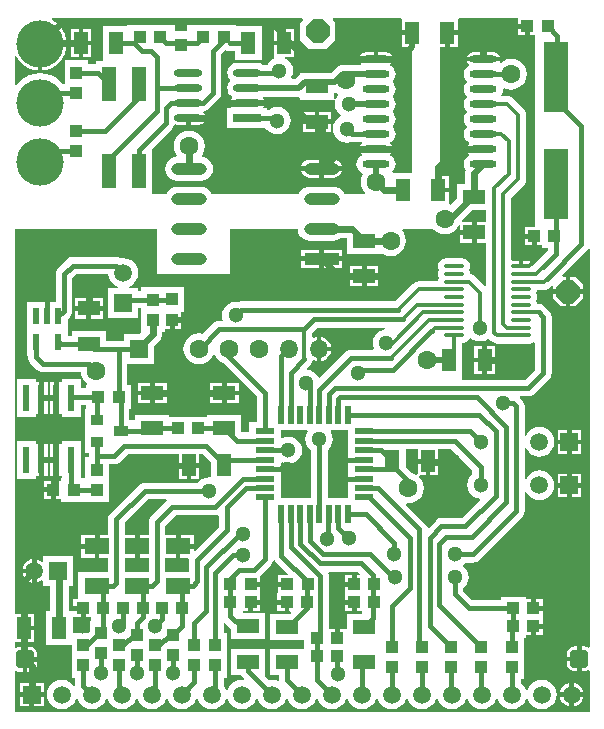
<source format=gtl>
G04 Layer_Physical_Order=1*
G04 Layer_Color=255*
%FSLAX44Y44*%
%MOMM*%
G71*
G01*
G75*
%ADD10R,2.1336X1.4224*%
%ADD11R,1.2500X2.8500*%
%ADD12R,2.0000X6.0000*%
%ADD13R,1.1000X1.0000*%
%ADD14R,1.0000X1.1000*%
%ADD15R,1.2192X1.8796*%
%ADD16R,0.5500X1.4500*%
%ADD17R,0.5500X1.4500*%
%ADD18R,0.6000X2.2000*%
%ADD19R,0.6000X2.2000*%
%ADD20R,0.5000X1.6500*%
%ADD21R,1.6500X0.5000*%
%ADD22O,3.0000X1.0000*%
%ADD23R,3.0000X1.0000*%
%ADD24O,2.3876X0.6350*%
%ADD25R,2.3876X0.6350*%
%ADD26O,2.3000X0.6000*%
%ADD27O,1.7000X0.3500*%
%ADD28R,1.8796X1.2192*%
%ADD29R,1.2700X0.8636*%
%ADD30R,1.0160X0.8636*%
%ADD31C,0.4000*%
%ADD32C,0.5000*%
%ADD33C,0.6000*%
%ADD34C,0.3500*%
G04:AMPARAMS|DCode=35|XSize=1.6mm|YSize=1.6mm|CornerRadius=0.4mm|HoleSize=0mm|Usage=FLASHONLY|Rotation=0.000|XOffset=0mm|YOffset=0mm|HoleType=Round|Shape=RoundedRectangle|*
%AMROUNDEDRECTD35*
21,1,1.6000,0.8000,0,0,0.0*
21,1,0.8000,1.6000,0,0,0.0*
1,1,0.8000,0.4000,-0.4000*
1,1,0.8000,-0.4000,-0.4000*
1,1,0.8000,-0.4000,0.4000*
1,1,0.8000,0.4000,0.4000*
%
%ADD35ROUNDEDRECTD35*%
%ADD36C,1.5000*%
%ADD37R,1.5000X1.5000*%
%ADD38R,1.5000X1.5000*%
%ADD39R,1.6000X1.6000*%
%ADD40C,1.6000*%
%ADD41O,1.5000X1.6000*%
%ADD42C,4.0000*%
%ADD43P,2.1648X8X22.5*%
%ADD44C,1.3000*%
G36*
X298810Y123013D02*
X298324Y121840D01*
X296150D01*
Y114300D01*
X294150D01*
Y112300D01*
X286110D01*
Y106760D01*
X286110D01*
Y106600D01*
X286110D01*
Y101060D01*
X294150D01*
Y99060D01*
X296150D01*
Y91520D01*
X300650D01*
Y89328D01*
X287862D01*
Y77215D01*
X287440Y76120D01*
X281400D01*
Y68580D01*
X277400D01*
Y76120D01*
X272900D01*
Y78580D01*
X272490D01*
Y121162D01*
X272250Y122990D01*
X271913Y123803D01*
X272761Y125073D01*
X296751D01*
X298810Y123013D01*
D02*
G37*
G36*
X394137Y211059D02*
Y207518D01*
X392996Y206642D01*
X391152Y204239D01*
X389994Y201442D01*
X389598Y198440D01*
X389994Y195438D01*
X391152Y192640D01*
X392996Y190238D01*
X395398Y188395D01*
X398195Y187236D01*
X399828Y187021D01*
X400283Y185680D01*
X384978Y170375D01*
X367836D01*
X366008Y170134D01*
X364305Y169429D01*
X362843Y168307D01*
X356990Y162453D01*
X355675Y162935D01*
X355111Y164296D01*
X353989Y165758D01*
X337848Y181899D01*
X338410Y183038D01*
X339823Y182852D01*
X343216Y183299D01*
X346379Y184609D01*
X349094Y186693D01*
X351178Y189408D01*
X352488Y192571D01*
X352935Y195965D01*
X352488Y199358D01*
X351178Y202521D01*
X349094Y205236D01*
X349531Y206502D01*
X354362D01*
Y216440D01*
X347726D01*
Y207887D01*
X346456Y207261D01*
X346379Y207320D01*
X343216Y208630D01*
X342803Y208684D01*
X337486Y214001D01*
Y228840D01*
X347726D01*
Y220440D01*
X356362D01*
X364998D01*
Y228840D01*
X376356D01*
X394137Y211059D01*
D02*
G37*
G36*
X432650Y588740D02*
X440690D01*
Y586740D01*
X442690D01*
Y579200D01*
X447040D01*
Y416480D01*
X438510D01*
Y410940D01*
X446550D01*
Y408940D01*
X448550D01*
Y401400D01*
X453050D01*
Y398940D01*
X457760D01*
Y396868D01*
X448615Y387724D01*
X447493Y386261D01*
X447482Y386233D01*
X447341Y386093D01*
X445706Y386254D01*
X445453Y386633D01*
X444034Y387581D01*
X442360Y387914D01*
X428860D01*
X428171Y387777D01*
X426901Y388802D01*
Y441770D01*
X437422Y452291D01*
X438504Y453701D01*
X439184Y455343D01*
X439416Y457105D01*
Y511944D01*
X439184Y513706D01*
X438504Y515348D01*
X437422Y516758D01*
X428382Y525798D01*
X426972Y526880D01*
X425330Y527560D01*
X423568Y527792D01*
X419119D01*
X418493Y529062D01*
X418943Y529650D01*
X419749Y531596D01*
X420024Y533684D01*
X420002Y533856D01*
X421165Y534748D01*
X423651Y533719D01*
X427044Y533272D01*
X430438Y533719D01*
X433600Y535028D01*
X436316Y537112D01*
X438400Y539828D01*
X439710Y542990D01*
X440156Y546384D01*
X439710Y549778D01*
X438400Y552940D01*
X436316Y555656D01*
X433600Y557739D01*
X430438Y559049D01*
X427044Y559496D01*
X423651Y559049D01*
X420488Y557739D01*
X417942Y555785D01*
X417002Y556665D01*
X417174Y556922D01*
X417206Y557084D01*
X403455D01*
X389705D01*
X389737Y556922D01*
X390961Y555090D01*
X391413Y554788D01*
X391288Y553524D01*
X390921Y553372D01*
X389250Y552090D01*
X387967Y550419D01*
X387161Y548472D01*
X386886Y546384D01*
X387161Y544296D01*
X387967Y542350D01*
X389250Y540678D01*
X389262Y540669D01*
Y539399D01*
X389250Y539390D01*
X387967Y537719D01*
X387161Y535772D01*
X386886Y533684D01*
X387161Y531596D01*
X387967Y529650D01*
X389250Y527978D01*
X389262Y527969D01*
Y526699D01*
X389250Y526690D01*
X387967Y525019D01*
X387161Y523072D01*
X386886Y520984D01*
X387161Y518896D01*
X387967Y516950D01*
X389250Y515278D01*
X389262Y515269D01*
Y513999D01*
X389250Y513990D01*
X387967Y512318D01*
X387161Y510372D01*
X386886Y508284D01*
X387161Y506196D01*
X387967Y504249D01*
X389250Y502578D01*
X389262Y502569D01*
Y501299D01*
X389250Y501290D01*
X387967Y499618D01*
X387161Y497672D01*
X386886Y495584D01*
X387161Y493496D01*
X387967Y491549D01*
X389250Y489878D01*
X390921Y488596D01*
X391288Y488444D01*
X391413Y487180D01*
X390961Y486878D01*
X389737Y485046D01*
X389705Y484884D01*
X403455D01*
Y480884D01*
X389705D01*
X389737Y480722D01*
X390961Y478890D01*
X391413Y478588D01*
X391288Y477324D01*
X390921Y477172D01*
X389250Y475890D01*
X387967Y474218D01*
X387161Y472272D01*
X386886Y470184D01*
X387161Y468096D01*
X387967Y466149D01*
X388423Y465556D01*
X388054Y464665D01*
X387779Y462576D01*
Y453359D01*
X381450D01*
Y441410D01*
X375941Y435901D01*
X374198Y436623D01*
X373888Y436664D01*
Y446310D01*
X365252D01*
Y450310D01*
X373888D01*
Y460248D01*
X366506D01*
Y569396D01*
X370919D01*
Y581334D01*
X372920D01*
Y583334D01*
X381555D01*
Y593272D01*
X382754Y593444D01*
X432650D01*
Y588740D01*
D02*
G37*
G36*
X227358Y133498D02*
X237842Y123013D01*
X237356Y121840D01*
X229450D01*
Y116300D01*
X237490D01*
Y112300D01*
X229450D01*
Y106760D01*
X228960Y106600D01*
Y101060D01*
X237000D01*
Y99060D01*
X239000D01*
Y91520D01*
X239896D01*
X240382Y90347D01*
X239363Y89328D01*
X223092D01*
Y67136D01*
X251888D01*
X251900Y65871D01*
Y60621D01*
X251888Y59356D01*
X223092D01*
Y37164D01*
X230430D01*
Y33324D01*
X229974Y32856D01*
X229236Y32444D01*
X227463Y33178D01*
X224200Y33608D01*
X221882Y33303D01*
X218471Y36714D01*
X218868Y37672D01*
X218868D01*
Y59864D01*
X190072D01*
Y37672D01*
X198160D01*
X198356Y37200D01*
X199478Y35738D01*
X200636Y34579D01*
X200074Y33440D01*
X198800Y33608D01*
X195537Y33178D01*
X192496Y31919D01*
X189885Y29915D01*
X187881Y27304D01*
X186752Y24577D01*
X186750Y24577D01*
X185450D01*
X185448Y24577D01*
X184319Y27304D01*
X183590Y28253D01*
Y35220D01*
X186530D01*
Y52220D01*
Y73220D01*
X183590D01*
Y81489D01*
X184860Y82015D01*
X190072Y76803D01*
Y67644D01*
X218868D01*
Y89836D01*
X199730D01*
Y91520D01*
X204230D01*
Y99060D01*
X206230D01*
Y101060D01*
X214270D01*
Y106600D01*
X214270D01*
Y106760D01*
X214270D01*
Y112300D01*
X206230D01*
Y116300D01*
X214270D01*
Y121587D01*
X223342Y130660D01*
X224464Y132122D01*
X225170Y133825D01*
X225221Y134213D01*
X226547Y134554D01*
X227358Y133498D01*
D02*
G37*
G36*
X139846Y587850D02*
X102040D01*
Y587168D01*
X81614D01*
Y558372D01*
X81614D01*
X81368Y557204D01*
X75523D01*
Y554624D01*
X68748D01*
Y558064D01*
X48748D01*
Y537624D01*
X47518D01*
X45763Y539763D01*
X41956Y542887D01*
X37613Y545209D01*
X32901Y546638D01*
X28000Y547121D01*
X23099Y546638D01*
X18387Y545209D01*
X14044Y542887D01*
X10237Y539763D01*
X7826Y536826D01*
X6556Y537280D01*
Y561609D01*
X7826Y561927D01*
X9168Y559417D01*
X11985Y555985D01*
X15417Y553168D01*
X19333Y551075D01*
X23581Y549786D01*
X26000Y549548D01*
Y572000D01*
X28000D01*
Y574000D01*
X50452D01*
X50214Y576419D01*
X48925Y580667D01*
X46832Y584583D01*
X44015Y588015D01*
X40583Y590832D01*
X38073Y592174D01*
X38391Y593444D01*
X139846D01*
Y587850D01*
D02*
G37*
G36*
X86182Y374752D02*
X87442Y371711D01*
X89445Y369100D01*
X92057Y367096D01*
X93774Y366385D01*
X93521Y365115D01*
X85861D01*
Y340115D01*
X110860D01*
Y348290D01*
X113410D01*
Y344851D01*
Y327851D01*
X113410Y327850D01*
X113410D01*
X112633Y326950D01*
X112373Y326690D01*
X98760D01*
Y320750D01*
X83566D01*
Y329025D01*
X54770D01*
Y324989D01*
X51355D01*
Y329047D01*
Y339062D01*
X53310Y341018D01*
X54433Y342481D01*
X55138Y344183D01*
X55378Y346011D01*
Y374102D01*
X58473Y377197D01*
X85860D01*
X86182Y374752D01*
D02*
G37*
G36*
X179498Y172278D02*
Y163042D01*
X159161Y142705D01*
X157988Y143191D01*
Y144558D01*
X146780D01*
Y136906D01*
X153248D01*
X154333Y135636D01*
X154230Y134849D01*
Y125142D01*
X134060D01*
Y136906D01*
X142780D01*
Y146558D01*
Y156210D01*
X134060D01*
Y163869D01*
X142890Y172699D01*
X175949D01*
X177777Y172939D01*
X178228Y173127D01*
X179498Y172278D01*
D02*
G37*
G36*
X289100Y236400D02*
Y228400D01*
Y220400D01*
X289100D01*
Y219400D01*
X289100D01*
Y204400D01*
X289100D01*
Y203400D01*
X289100D01*
Y187150D01*
X271410D01*
Y228038D01*
X272552Y228914D01*
X274395Y231316D01*
X275554Y234114D01*
X275949Y237116D01*
X275554Y240118D01*
X274395Y242915D01*
X273938Y243511D01*
X274500Y244650D01*
X289100D01*
Y236400D01*
D02*
G37*
G36*
X405776Y420927D02*
X397848D01*
Y412291D01*
Y403655D01*
X405776D01*
Y367491D01*
X404506Y366964D01*
X396116Y375354D01*
X394706Y376436D01*
X393064Y377116D01*
X392142Y377238D01*
X391936Y378802D01*
X391320Y380290D01*
X391936Y381778D01*
X392168Y383540D01*
X391936Y385302D01*
X391256Y386944D01*
X390174Y388354D01*
X388764Y389436D01*
X387122Y390116D01*
X385360Y390348D01*
X371860D01*
X370098Y390116D01*
X368456Y389436D01*
X367046Y388354D01*
X365964Y386944D01*
X365284Y385302D01*
X365052Y383540D01*
X365284Y381778D01*
X365900Y380290D01*
X365284Y378802D01*
X365052Y377040D01*
X365284Y375278D01*
X365900Y373790D01*
X365284Y372302D01*
X365092Y370848D01*
X348538D01*
X346776Y370616D01*
X345134Y369936D01*
X343724Y368854D01*
X328855Y353985D01*
X198482D01*
X196654Y353745D01*
X195586Y353302D01*
X193531Y353573D01*
X190528Y353178D01*
X187731Y352019D01*
X185329Y350176D01*
X183485Y347774D01*
X182327Y344976D01*
X181931Y341974D01*
X182327Y338972D01*
X182598Y338316D01*
X181892Y337260D01*
X179592D01*
X177765Y337020D01*
X176062Y336315D01*
X174599Y335192D01*
X165785Y326378D01*
X162560Y326802D01*
X159166Y326355D01*
X156004Y325046D01*
X153288Y322962D01*
X151205Y320246D01*
X149895Y317084D01*
X149448Y313690D01*
X149895Y310296D01*
X151205Y307134D01*
X153288Y304418D01*
X156004Y302334D01*
X159166Y301025D01*
X162560Y300578D01*
X165954Y301025D01*
X169116Y302334D01*
X171832Y304418D01*
X173916Y307134D01*
X174573Y308721D01*
X175947D01*
X176604Y307134D01*
X178688Y304418D01*
X181404Y302334D01*
X183183Y301598D01*
X211290Y273491D01*
Y251400D01*
X205100D01*
Y242960D01*
X198548D01*
Y257476D01*
X169752D01*
Y256380D01*
X137588D01*
Y257476D01*
X108792D01*
Y254068D01*
X107870Y253228D01*
X103580D01*
Y263120D01*
X104970D01*
Y283120D01*
X101530D01*
Y300690D01*
X124760D01*
Y316254D01*
X129116Y320610D01*
X130398Y322281D01*
X131204Y324227D01*
X131479Y326316D01*
Y327850D01*
X133410D01*
Y330472D01*
X137909D01*
Y338512D01*
X139909D01*
Y340512D01*
X147450D01*
Y345012D01*
X149909D01*
Y366012D01*
X129909D01*
Y365850D01*
X113410D01*
Y362411D01*
X110860D01*
Y365115D01*
X103200D01*
X102947Y366385D01*
X104664Y367096D01*
X107275Y369100D01*
X109279Y371711D01*
X110539Y374752D01*
X110968Y378015D01*
X110539Y381278D01*
X109279Y384319D01*
X107275Y386930D01*
X104664Y388933D01*
X101624Y390193D01*
X98360Y390623D01*
X95766Y390281D01*
X95648Y390372D01*
X93946Y391077D01*
X92118Y391317D01*
X55548D01*
X53721Y391077D01*
X52018Y390372D01*
X50556Y389249D01*
X43326Y382019D01*
X42203Y380557D01*
X41498Y378854D01*
X41258Y377027D01*
Y353547D01*
X35855D01*
Y351087D01*
X32355D01*
Y353548D01*
X16855D01*
Y329047D01*
X16855D01*
Y307547D01*
X17544D01*
Y306722D01*
X17785Y304895D01*
X18490Y303192D01*
X19612Y301730D01*
X25580Y295762D01*
X27042Y294640D01*
X28745Y293935D01*
X30572Y293694D01*
X62785D01*
X63077Y291470D01*
X64387Y288308D01*
X66471Y285592D01*
X68038Y284390D01*
X67607Y283120D01*
X66970D01*
Y280180D01*
X62610D01*
Y287780D01*
X46610D01*
Y285320D01*
X43910D01*
Y271780D01*
Y258240D01*
X46610D01*
Y255780D01*
X62610D01*
Y266060D01*
X66970D01*
Y263120D01*
X66374Y262626D01*
X66374D01*
Y243990D01*
X66374D01*
Y243830D01*
X66374D01*
Y225194D01*
X69394D01*
Y221810D01*
X66200D01*
Y204380D01*
X62610D01*
Y235780D01*
X46610D01*
Y233320D01*
X43910D01*
Y219780D01*
Y206240D01*
X46610D01*
Y204380D01*
X45870D01*
Y201920D01*
X41370D01*
Y194380D01*
Y186840D01*
X45870D01*
Y184380D01*
X66200D01*
Y183810D01*
X86200D01*
Y200810D01*
Y215978D01*
X90958D01*
X92785Y216218D01*
X94488Y216924D01*
X95950Y218046D01*
X102347Y224442D01*
X145428D01*
Y217222D01*
X154064D01*
X162700D01*
Y224442D01*
X165623D01*
X172940Y217125D01*
Y205756D01*
X171985Y204919D01*
X171174Y205025D01*
X168172Y204630D01*
X165375Y203471D01*
X162972Y201628D01*
X162096Y200487D01*
X116805D01*
X114978Y200246D01*
X113275Y199541D01*
X111813Y198419D01*
X87718Y174324D01*
X86595Y172861D01*
X85890Y171158D01*
X85650Y169331D01*
Y156210D01*
X78200D01*
Y146558D01*
Y136906D01*
X85650D01*
Y125142D01*
X60532D01*
Y101520D01*
X56240D01*
Y95980D01*
X64280D01*
Y93980D01*
X66280D01*
Y86440D01*
X70780D01*
Y84331D01*
X70010Y83380D01*
X70010D01*
Y74915D01*
X68315Y73220D01*
X55546D01*
Y85457D01*
X56240Y86440D01*
X62280D01*
Y91980D01*
X55625D01*
X55546Y91868D01*
X52519D01*
Y113230D01*
X55680D01*
Y138230D01*
X30680D01*
Y134231D01*
X29410Y133605D01*
X28243Y134500D01*
X25801Y135512D01*
X25180Y135593D01*
Y125730D01*
Y115867D01*
X25801Y115948D01*
X28243Y116960D01*
X29410Y117855D01*
X30680Y117229D01*
Y113230D01*
X36381D01*
Y91868D01*
X33354D01*
Y63072D01*
X54770D01*
Y52220D01*
Y35220D01*
X57710D01*
Y28881D01*
X56440Y28450D01*
X55315Y29915D01*
X52704Y31919D01*
X49663Y33178D01*
X46400Y33608D01*
X43137Y33178D01*
X40096Y31919D01*
X37485Y29915D01*
X35481Y27304D01*
X34222Y24263D01*
X33792Y21000D01*
X34222Y17737D01*
X35481Y14696D01*
X37485Y12085D01*
X40096Y10081D01*
X43137Y8822D01*
X46400Y8392D01*
X49663Y8822D01*
X52704Y10081D01*
X55315Y12085D01*
X57319Y14696D01*
X58448Y17423D01*
X58450Y17423D01*
X59750D01*
X59752Y17423D01*
X60881Y14696D01*
X62885Y12085D01*
X65496Y10081D01*
X68537Y8822D01*
X71800Y8392D01*
X75063Y8822D01*
X78104Y10081D01*
X80715Y12085D01*
X82719Y14696D01*
X83848Y17423D01*
X83850Y17423D01*
X85150D01*
X85152Y17423D01*
X86281Y14696D01*
X88285Y12085D01*
X90896Y10081D01*
X93937Y8822D01*
X97200Y8392D01*
X100463Y8822D01*
X103504Y10081D01*
X106115Y12085D01*
X108119Y14696D01*
X109248Y17423D01*
X109250Y17423D01*
X110550D01*
X110552Y17423D01*
X111681Y14696D01*
X113685Y12085D01*
X116296Y10081D01*
X119337Y8822D01*
X122600Y8392D01*
X125863Y8822D01*
X128904Y10081D01*
X131515Y12085D01*
X133519Y14696D01*
X134648Y17423D01*
X134650Y17423D01*
X135950D01*
X135952Y17423D01*
X137081Y14696D01*
X139085Y12085D01*
X141696Y10081D01*
X144737Y8822D01*
X148000Y8392D01*
X151263Y8822D01*
X154304Y10081D01*
X156915Y12085D01*
X158919Y14696D01*
X160048Y17423D01*
X160050Y17423D01*
X161350D01*
X161352Y17423D01*
X162481Y14696D01*
X164485Y12085D01*
X167096Y10081D01*
X170137Y8822D01*
X173400Y8392D01*
X176663Y8822D01*
X179704Y10081D01*
X182315Y12085D01*
X184319Y14696D01*
X185448Y17423D01*
X185450Y17423D01*
X186750D01*
X186752Y17423D01*
X187881Y14696D01*
X189885Y12085D01*
X192496Y10081D01*
X195537Y8822D01*
X198800Y8392D01*
X202063Y8822D01*
X205104Y10081D01*
X207715Y12085D01*
X209719Y14696D01*
X210848Y17423D01*
X210850Y17423D01*
X212150D01*
X212152Y17423D01*
X213281Y14696D01*
X215285Y12085D01*
X217896Y10081D01*
X220937Y8822D01*
X224200Y8392D01*
X227463Y8822D01*
X230504Y10081D01*
X233115Y12085D01*
X235119Y14696D01*
X236248Y17423D01*
X236250Y17423D01*
X237550D01*
X237552Y17423D01*
X238681Y14696D01*
X240685Y12085D01*
X243296Y10081D01*
X246337Y8822D01*
X249600Y8392D01*
X252863Y8822D01*
X255904Y10081D01*
X258515Y12085D01*
X260519Y14696D01*
X261648Y17423D01*
X261650Y17423D01*
X262950D01*
X262952Y17423D01*
X264081Y14696D01*
X266085Y12085D01*
X268696Y10081D01*
X271737Y8822D01*
X275000Y8392D01*
X278263Y8822D01*
X281304Y10081D01*
X283915Y12085D01*
X285919Y14696D01*
X287048Y17423D01*
X287050Y17423D01*
X288350D01*
X288352Y17423D01*
X289481Y14696D01*
X291485Y12085D01*
X294096Y10081D01*
X297137Y8822D01*
X300400Y8392D01*
X303663Y8822D01*
X306704Y10081D01*
X309315Y12085D01*
X311319Y14696D01*
X312448Y17423D01*
X312450Y17423D01*
X313750D01*
X313752Y17423D01*
X314881Y14696D01*
X316885Y12085D01*
X319496Y10081D01*
X322537Y8822D01*
X325800Y8392D01*
X329063Y8822D01*
X332104Y10081D01*
X334715Y12085D01*
X336719Y14696D01*
X337848Y17423D01*
X337850Y17423D01*
X339150D01*
X339152Y17423D01*
X340281Y14696D01*
X342285Y12085D01*
X344896Y10081D01*
X347937Y8822D01*
X351200Y8392D01*
X354463Y8822D01*
X357504Y10081D01*
X360115Y12085D01*
X362119Y14696D01*
X363248Y17423D01*
X363250Y17423D01*
X364550D01*
X364552Y17423D01*
X365681Y14696D01*
X367685Y12085D01*
X370296Y10081D01*
X373337Y8822D01*
X376600Y8392D01*
X379863Y8822D01*
X382904Y10081D01*
X385515Y12085D01*
X387519Y14696D01*
X388648Y17423D01*
X388650Y17423D01*
X389950D01*
X389952Y17423D01*
X391081Y14696D01*
X393085Y12085D01*
X395696Y10081D01*
X398737Y8822D01*
X402000Y8392D01*
X405263Y8822D01*
X408304Y10081D01*
X410915Y12085D01*
X412919Y14696D01*
X414048Y17423D01*
X414050Y17423D01*
X415350D01*
X415352Y17423D01*
X416481Y14696D01*
X418485Y12085D01*
X421096Y10081D01*
X424137Y8822D01*
X427400Y8392D01*
X430663Y8822D01*
X433704Y10081D01*
X436315Y12085D01*
X438319Y14696D01*
X439448Y17423D01*
X439450Y17423D01*
X440750D01*
X440752Y17423D01*
X441881Y14696D01*
X443885Y12085D01*
X446496Y10081D01*
X449537Y8822D01*
X452800Y8392D01*
X456063Y8822D01*
X459104Y10081D01*
X461715Y12085D01*
X463719Y14696D01*
X464978Y17737D01*
X465408Y21000D01*
X464978Y24263D01*
X463719Y27304D01*
X461715Y29915D01*
X459104Y31919D01*
X456063Y33178D01*
X452800Y33608D01*
X449537Y33178D01*
X446496Y31919D01*
X443885Y29915D01*
X441881Y27304D01*
X440752Y24577D01*
X440750Y24577D01*
X439450D01*
X439448Y24577D01*
X438319Y27304D01*
X436315Y29915D01*
X435050Y30886D01*
Y33950D01*
X437990D01*
Y50950D01*
Y68740D01*
X439270D01*
Y71200D01*
X443770D01*
Y78740D01*
X445770D01*
Y80740D01*
X453810D01*
Y86280D01*
X453810D01*
Y86440D01*
X453810D01*
Y91980D01*
X445770D01*
Y93980D01*
X443770D01*
Y101520D01*
X439270D01*
Y103980D01*
X418270D01*
Y101040D01*
X394076D01*
X386411Y108705D01*
Y111281D01*
X387552Y112157D01*
X389395Y114559D01*
X390554Y117356D01*
X390950Y120358D01*
X390554Y123361D01*
X389395Y126158D01*
X387552Y128560D01*
X386334Y129495D01*
Y130765D01*
X387380Y131569D01*
X388256Y132710D01*
X394816D01*
X396643Y132951D01*
X398346Y133656D01*
X399809Y134778D01*
X436168Y171138D01*
X437290Y172600D01*
X437995Y174303D01*
X438236Y176130D01*
Y192591D01*
X439506Y192843D01*
X439931Y191816D01*
X441935Y189205D01*
X444546Y187201D01*
X447587Y185942D01*
X450850Y185512D01*
X454113Y185942D01*
X457154Y187201D01*
X459765Y189205D01*
X461769Y191816D01*
X463028Y194857D01*
X463458Y198120D01*
X463028Y201383D01*
X461769Y204424D01*
X459765Y207035D01*
X457154Y209039D01*
X454113Y210298D01*
X450850Y210728D01*
X447587Y210298D01*
X444546Y209039D01*
X441935Y207035D01*
X439931Y204424D01*
X439506Y203397D01*
X438236Y203649D01*
Y229421D01*
X439506Y229673D01*
X439931Y228646D01*
X441935Y226035D01*
X444546Y224031D01*
X447587Y222772D01*
X450850Y222342D01*
X454113Y222772D01*
X457154Y224031D01*
X459765Y226035D01*
X461769Y228646D01*
X463028Y231687D01*
X463458Y234950D01*
X463028Y238213D01*
X461769Y241254D01*
X459765Y243865D01*
X457154Y245869D01*
X454113Y247128D01*
X450850Y247558D01*
X447587Y247128D01*
X444546Y245869D01*
X441935Y243865D01*
X439931Y241254D01*
X439506Y240227D01*
X438236Y240479D01*
Y265277D01*
X437995Y267104D01*
X437290Y268807D01*
X436168Y270270D01*
X434263Y272174D01*
X434789Y273444D01*
X441552D01*
X443379Y273685D01*
X445082Y274390D01*
X446544Y275512D01*
X459129Y288097D01*
X460251Y289559D01*
X460956Y291262D01*
X461197Y293089D01*
Y340440D01*
X460956Y342267D01*
X460251Y343970D01*
X459129Y345432D01*
X455029Y349532D01*
X453567Y350654D01*
X451864Y351360D01*
X450036Y351600D01*
X450001Y351596D01*
X448993Y352369D01*
X448936Y352802D01*
X448320Y354290D01*
X448936Y355778D01*
X449168Y357540D01*
X448936Y359302D01*
X448320Y360790D01*
X448936Y362278D01*
X449128Y363732D01*
X454571D01*
X456333Y363964D01*
X457975Y364644D01*
X459385Y365726D01*
X460415Y366756D01*
X460443Y366768D01*
X461188Y367339D01*
X462458Y366713D01*
Y364250D01*
X472998D01*
Y374790D01*
X470465D01*
X469979Y375963D01*
X491315Y397300D01*
X492174Y398419D01*
X493444Y397988D01*
Y61459D01*
X492174Y60833D01*
X492021Y60950D01*
X490430Y61609D01*
X488722Y61834D01*
X486722D01*
Y51238D01*
Y40641D01*
X488722D01*
X490430Y40866D01*
X492021Y41525D01*
X492174Y41643D01*
X493444Y41016D01*
Y6556D01*
X6556D01*
Y40550D01*
X7826Y41176D01*
X7942Y41087D01*
X9533Y40428D01*
X11240Y40204D01*
X13240D01*
Y50800D01*
Y61396D01*
X11240D01*
X9533Y61172D01*
X7942Y60513D01*
X7826Y60424D01*
X6556Y61050D01*
Y65532D01*
X12478D01*
Y77470D01*
Y89408D01*
X6556D01*
Y415229D01*
X127000D01*
Y377190D01*
X189230D01*
Y415229D01*
X246253D01*
X246567Y412847D01*
X247575Y410415D01*
X249177Y408326D01*
X251266Y406723D01*
X253699Y405715D01*
X256310Y405372D01*
X276310D01*
X278920Y405715D01*
X281353Y406723D01*
X282220Y407389D01*
X288123D01*
Y394178D01*
X316919D01*
Y394178D01*
X317492Y394461D01*
X318199Y393919D01*
X321361Y392609D01*
X324755Y392162D01*
X328149Y392609D01*
X331311Y393919D01*
X334027Y396003D01*
X336110Y398718D01*
X337420Y401881D01*
X337867Y405274D01*
X337420Y408668D01*
X336110Y411830D01*
X334477Y413959D01*
X335103Y415229D01*
X361116D01*
X361533Y414686D01*
X364248Y412602D01*
X367411Y411292D01*
X370804Y410845D01*
X374198Y411292D01*
X377360Y412602D01*
X380076Y414686D01*
X382160Y417402D01*
X382640Y418560D01*
X383909Y418307D01*
Y414291D01*
X393848D01*
Y420927D01*
X385585D01*
X385059Y422197D01*
X394029Y431167D01*
X405776D01*
Y420927D01*
D02*
G37*
G36*
X254762Y243511D02*
X254305Y242915D01*
X253146Y240118D01*
X252751Y237116D01*
X253146Y234114D01*
X254305Y231316D01*
X256148Y228914D01*
X257290Y228038D01*
Y187150D01*
X231600D01*
Y196400D01*
Y211400D01*
X231600D01*
Y212400D01*
X231600D01*
Y216986D01*
X232870Y217656D01*
X235188Y216696D01*
X238190Y216301D01*
X241192Y216696D01*
X243990Y217855D01*
X246392Y219698D01*
X248235Y222100D01*
X249394Y224898D01*
X249789Y227900D01*
X249394Y230902D01*
X248235Y233700D01*
X246392Y236102D01*
X243990Y237945D01*
X241192Y239104D01*
X238190Y239499D01*
X235188Y239104D01*
X232870Y238144D01*
X231600Y238814D01*
Y244650D01*
X254200D01*
X254762Y243511D01*
D02*
G37*
G36*
X135422Y185096D02*
X134973Y184751D01*
X122008Y171786D01*
X120885Y170323D01*
X120180Y168620D01*
X119940Y166793D01*
Y156210D01*
X112490D01*
Y146558D01*
Y136906D01*
X119940D01*
Y125142D01*
X99770D01*
Y136906D01*
X108490D01*
Y146558D01*
Y156210D01*
X99770D01*
Y166406D01*
X119730Y186366D01*
X134991D01*
X135422Y185096D01*
D02*
G37*
G36*
X320066Y330295D02*
X318284Y330061D01*
X315487Y328902D01*
X313085Y327059D01*
X311241Y324657D01*
X310082Y321859D01*
X309687Y318857D01*
X310082Y315855D01*
X310841Y314024D01*
X309992Y312754D01*
X291240D01*
X289413Y312513D01*
X287710Y311808D01*
X286248Y310686D01*
X264880Y289318D01*
X263634Y289566D01*
X263339Y290278D01*
X261496Y292680D01*
X259094Y294523D01*
X256296Y295682D01*
X254376Y295935D01*
X253920Y297276D01*
X256452Y299808D01*
X257575Y301270D01*
X258280Y302973D01*
X258337Y303409D01*
X258445Y303553D01*
X259718Y304163D01*
X261539Y303408D01*
X262160Y303327D01*
Y313690D01*
Y324053D01*
X261539Y323972D01*
X259538Y323143D01*
X258268Y323791D01*
Y327089D01*
X262745Y331566D01*
X319983D01*
X320066Y330295D01*
D02*
G37*
G36*
X394773Y321536D02*
X397571Y320377D01*
X400573Y319982D01*
X403575Y320377D01*
X406372Y321536D01*
X407625Y322497D01*
X407770Y322308D01*
X409852Y320226D01*
X411262Y319144D01*
X412904Y318464D01*
X414666Y318232D01*
X442360D01*
X444122Y318464D01*
X445764Y319144D01*
X445937Y319277D01*
X447076Y318715D01*
Y296014D01*
X438627Y287565D01*
X385455D01*
Y289991D01*
X385467D01*
Y318246D01*
X387122Y318464D01*
X388764Y319144D01*
X390174Y320226D01*
X391256Y321636D01*
X391576Y322409D01*
X393110Y322812D01*
X394773Y321536D01*
D02*
G37*
G36*
X334311Y593272D02*
Y583335D01*
X342947D01*
Y579334D01*
X334311D01*
Y569396D01*
X342900D01*
Y462708D01*
X326440D01*
X326009Y463978D01*
X326661Y464478D01*
X327943Y466149D01*
X328749Y468096D01*
X329024Y470184D01*
X328749Y472272D01*
X327943Y474218D01*
X326661Y475890D01*
X324990Y477172D01*
X324622Y477324D01*
X324498Y478588D01*
X324949Y478890D01*
X326174Y480722D01*
X326206Y480884D01*
X312455D01*
X298705D01*
X298737Y480722D01*
X299961Y478890D01*
X300413Y478588D01*
X300288Y477324D01*
X299921Y477172D01*
X298250Y475890D01*
X296967Y474218D01*
X296161Y472272D01*
X295886Y470184D01*
X296161Y468096D01*
X296967Y466149D01*
X298250Y464478D01*
X299921Y463196D01*
X300902Y462790D01*
X301190Y461716D01*
X301079Y461342D01*
X299790Y458230D01*
X299343Y454837D01*
X299790Y451443D01*
X301100Y448280D01*
X303026Y445770D01*
X302681Y444500D01*
X285625D01*
X285044Y445901D01*
X283442Y447990D01*
X281353Y449593D01*
X278920Y450600D01*
X276310Y450944D01*
X256310D01*
X253699Y450600D01*
X251266Y449593D01*
X249177Y447990D01*
X247575Y445901D01*
X246994Y444500D01*
X173625D01*
X173044Y445901D01*
X171442Y447990D01*
X169353Y449593D01*
X166920Y450600D01*
X164310Y450944D01*
X144310D01*
X141699Y450600D01*
X139266Y449593D01*
X137177Y447990D01*
X135575Y445901D01*
X134994Y444500D01*
X124002D01*
X123023Y445204D01*
Y483278D01*
X139450Y499704D01*
X140572Y501166D01*
X141277Y502869D01*
X141330Y503271D01*
X142450Y503925D01*
X142692Y503884D01*
X144907Y503443D01*
X151670D01*
Y509270D01*
X153670D01*
Y511270D01*
X167862D01*
X167816Y511500D01*
X166553Y513390D01*
X166345Y513530D01*
X166465Y514746D01*
X166616Y514876D01*
X166801Y515017D01*
X167811Y515150D01*
X169514Y515855D01*
X170976Y516978D01*
X179042Y525043D01*
X180164Y526505D01*
X180869Y528208D01*
X181110Y530036D01*
Y562833D01*
X184929Y566652D01*
X186623Y565950D01*
X188450Y565710D01*
X193374D01*
Y558372D01*
X215566D01*
Y587168D01*
X193870D01*
Y587850D01*
X155870D01*
X154926Y588636D01*
Y593444D01*
X249785D01*
X250271Y592271D01*
X248000Y590000D01*
Y575000D01*
X255500Y567500D01*
X270500D01*
X278000Y575000D01*
Y590000D01*
X275729Y592271D01*
X276215Y593444D01*
X333112D01*
X334311Y593272D01*
D02*
G37*
%LPC*%
G36*
X292150Y121840D02*
X286110D01*
Y116300D01*
X292150D01*
Y121840D01*
D02*
G37*
G36*
Y97060D02*
X286110D01*
Y91520D01*
X292150D01*
Y97060D01*
D02*
G37*
G36*
X364998Y216440D02*
X358362D01*
Y206502D01*
X364998D01*
Y216440D01*
D02*
G37*
G36*
X444550Y406940D02*
X438510D01*
Y401400D01*
X444550D01*
Y406940D01*
D02*
G37*
G36*
X381555Y579334D02*
X374920D01*
Y569396D01*
X381555D01*
Y579334D01*
D02*
G37*
G36*
X438690Y584740D02*
X432650D01*
Y579200D01*
X438690D01*
Y584740D01*
D02*
G37*
G36*
X411955Y564733D02*
X405455D01*
Y561084D01*
X417206D01*
X417174Y561246D01*
X415949Y563078D01*
X414117Y564302D01*
X411955Y564733D01*
D02*
G37*
G36*
X401455D02*
X394955D01*
X392794Y564302D01*
X390961Y563078D01*
X389737Y561246D01*
X389705Y561084D01*
X401455D01*
Y564733D01*
D02*
G37*
G36*
X235000Y97060D02*
X228960D01*
Y91520D01*
X235000D01*
Y97060D01*
D02*
G37*
G36*
X214270D02*
X208230D01*
Y91520D01*
X214270D01*
Y97060D01*
D02*
G37*
G36*
X60738Y584708D02*
X54102D01*
Y574770D01*
X60738D01*
Y584708D01*
D02*
G37*
G36*
X71374D02*
X64738D01*
Y574770D01*
X71374D01*
Y584708D01*
D02*
G37*
G36*
Y570770D02*
X64738D01*
Y560832D01*
X71374D01*
Y570770D01*
D02*
G37*
G36*
X60738D02*
X54102D01*
Y560832D01*
X60738D01*
Y570770D01*
D02*
G37*
G36*
X50452Y570000D02*
X30000D01*
Y549548D01*
X32419Y549786D01*
X36667Y551075D01*
X40583Y553168D01*
X44015Y555985D01*
X46832Y559417D01*
X48925Y563333D01*
X50214Y567581D01*
X50452Y570000D01*
D02*
G37*
G36*
X81106Y345901D02*
X71168D01*
Y339265D01*
X81106D01*
Y345901D01*
D02*
G37*
G36*
X67168D02*
X57230D01*
Y339265D01*
X67168D01*
Y345901D01*
D02*
G37*
G36*
X81106Y356537D02*
X71168D01*
Y349901D01*
X81106D01*
Y356537D01*
D02*
G37*
G36*
X67168D02*
X57230D01*
Y349901D01*
X67168D01*
Y356537D01*
D02*
G37*
G36*
X157988Y156210D02*
X146780D01*
Y148558D01*
X157988D01*
Y156210D01*
D02*
G37*
G36*
X152064Y213222D02*
X145428D01*
Y203284D01*
X152064D01*
Y213222D01*
D02*
G37*
G36*
X121190Y274352D02*
X111252D01*
Y267716D01*
X121190D01*
Y274352D01*
D02*
G37*
G36*
X24510Y235780D02*
X8510D01*
Y203780D01*
X24510D01*
Y206240D01*
X27210D01*
Y219780D01*
Y233320D01*
X24510D01*
Y235780D01*
D02*
G37*
G36*
X39910Y269780D02*
X36370D01*
Y258240D01*
X39910D01*
Y269780D01*
D02*
G37*
G36*
X162700Y213222D02*
X156064D01*
Y203284D01*
X162700D01*
Y213222D01*
D02*
G37*
G36*
X37370Y201920D02*
X31330D01*
Y196380D01*
X37370D01*
Y201920D01*
D02*
G37*
G36*
X182150Y274352D02*
X172212D01*
Y267716D01*
X182150D01*
Y274352D01*
D02*
G37*
G36*
X486290Y196120D02*
X478250D01*
Y188080D01*
X486290D01*
Y196120D01*
D02*
G37*
G36*
X135128Y274352D02*
X125190D01*
Y267716D01*
X135128D01*
Y274352D01*
D02*
G37*
G36*
X486290Y208160D02*
X478250D01*
Y200120D01*
X486290D01*
Y208160D01*
D02*
G37*
G36*
X474250D02*
X466210D01*
Y200120D01*
X474250D01*
Y208160D01*
D02*
G37*
G36*
Y244990D02*
X466210D01*
Y236950D01*
X474250D01*
Y244990D01*
D02*
G37*
G36*
X486290D02*
X478250D01*
Y236950D01*
X486290D01*
Y244990D01*
D02*
G37*
G36*
Y232950D02*
X478250D01*
Y224910D01*
X486290D01*
Y232950D01*
D02*
G37*
G36*
X474250D02*
X466210D01*
Y224910D01*
X474250D01*
Y232950D01*
D02*
G37*
G36*
X34750Y233320D02*
X31210D01*
Y221780D01*
X34750D01*
Y233320D01*
D02*
G37*
G36*
X39910Y233320D02*
X36370D01*
Y221780D01*
X39910D01*
Y233320D01*
D02*
G37*
G36*
Y217780D02*
X36370D01*
Y206240D01*
X39910D01*
Y217780D01*
D02*
G37*
G36*
X34750D02*
X31210D01*
Y206240D01*
X34750D01*
Y217780D01*
D02*
G37*
G36*
X24510Y287780D02*
X8510D01*
Y255780D01*
X24510D01*
Y258240D01*
X27210D01*
Y271780D01*
Y285320D01*
X24510D01*
Y287780D01*
D02*
G37*
G36*
X34750Y269780D02*
X31210D01*
Y258240D01*
X34750D01*
Y269780D01*
D02*
G37*
G36*
X482723Y49238D02*
X474126D01*
Y47238D01*
X474351Y45531D01*
X475010Y43939D01*
X476058Y42573D01*
X477424Y41525D01*
X479015Y40866D01*
X480723Y40641D01*
X482723D01*
Y49238D01*
D02*
G37*
G36*
X25836Y48800D02*
X17240D01*
Y40204D01*
X19240D01*
X20947Y40428D01*
X22538Y41087D01*
X23904Y42136D01*
X24953Y43502D01*
X25612Y45093D01*
X25836Y46800D01*
Y48800D01*
D02*
G37*
G36*
X480200Y30863D02*
Y23000D01*
X488063D01*
X487982Y23621D01*
X486970Y26063D01*
X485361Y28161D01*
X483263Y29770D01*
X480821Y30782D01*
X480200Y30863D01*
D02*
G37*
G36*
X23114Y75470D02*
X16478D01*
Y65532D01*
X23114D01*
Y75470D01*
D02*
G37*
G36*
X482723Y61834D02*
X480723D01*
X479015Y61609D01*
X477424Y60950D01*
X476058Y59902D01*
X475010Y58536D01*
X474351Y56945D01*
X474126Y55238D01*
Y53238D01*
X482723D01*
Y61834D01*
D02*
G37*
G36*
X19240Y61396D02*
X17240D01*
Y52800D01*
X25836D01*
Y54800D01*
X25612Y56507D01*
X24953Y58098D01*
X23904Y59464D01*
X22538Y60513D01*
X20947Y61172D01*
X19240Y61396D01*
D02*
G37*
G36*
X476200Y30863D02*
X475579Y30782D01*
X473137Y29770D01*
X471039Y28161D01*
X469430Y26063D01*
X468418Y23621D01*
X468337Y23000D01*
X476200D01*
Y30863D01*
D02*
G37*
G36*
Y19000D02*
X468337D01*
X468418Y18379D01*
X469430Y15937D01*
X471039Y13839D01*
X473137Y12230D01*
X475579Y11218D01*
X476200Y11137D01*
Y19000D01*
D02*
G37*
G36*
X31040D02*
X23000D01*
Y10960D01*
X31040D01*
Y19000D01*
D02*
G37*
G36*
X19000D02*
X10960D01*
Y10960D01*
X19000D01*
Y19000D01*
D02*
G37*
G36*
X31040Y31040D02*
X23000D01*
Y23000D01*
X31040D01*
Y31040D01*
D02*
G37*
G36*
X19000D02*
X10960D01*
Y23000D01*
X19000D01*
Y31040D01*
D02*
G37*
G36*
X488063Y19000D02*
X480200D01*
Y11137D01*
X480821Y11218D01*
X483263Y12230D01*
X485361Y13839D01*
X486970Y15937D01*
X487982Y18379D01*
X488063Y19000D01*
D02*
G37*
G36*
X453810Y76740D02*
X447770D01*
Y71200D01*
X453810D01*
Y76740D01*
D02*
G37*
G36*
X74200Y156210D02*
X62992D01*
Y148558D01*
X74200D01*
Y156210D01*
D02*
G37*
G36*
Y144558D02*
X62992D01*
Y136906D01*
X74200D01*
Y144558D01*
D02*
G37*
G36*
X21180Y135593D02*
X20559Y135512D01*
X18117Y134500D01*
X16019Y132891D01*
X14410Y130793D01*
X13398Y128351D01*
X13317Y127730D01*
X21180D01*
Y135593D01*
D02*
G37*
G36*
X474250Y196120D02*
X466210D01*
Y188080D01*
X474250D01*
Y196120D01*
D02*
G37*
G36*
X37370Y192380D02*
X31330D01*
Y186840D01*
X37370D01*
Y192380D01*
D02*
G37*
G36*
X23114Y89408D02*
X16478D01*
Y79470D01*
X23114D01*
Y89408D01*
D02*
G37*
G36*
X21180Y123730D02*
X13317D01*
X13398Y123109D01*
X14410Y120667D01*
X16019Y118569D01*
X18117Y116960D01*
X20559Y115948D01*
X21180Y115867D01*
Y123730D01*
D02*
G37*
G36*
X453810Y101520D02*
X447770D01*
Y95980D01*
X453810D01*
Y101520D01*
D02*
G37*
G36*
X393848Y410291D02*
X383909D01*
Y403655D01*
X393848D01*
Y410291D01*
D02*
G37*
G36*
X283850Y397598D02*
X268309D01*
Y392058D01*
X283850D01*
Y397598D01*
D02*
G37*
G36*
X147450Y336512D02*
X141910D01*
Y330472D01*
X147450D01*
Y336512D01*
D02*
G37*
G36*
X34750Y285320D02*
X31210D01*
Y273780D01*
X34750D01*
Y285320D01*
D02*
G37*
G36*
X39910D02*
X36370D01*
Y273780D01*
X39910D01*
Y285320D01*
D02*
G37*
G36*
X196088Y274352D02*
X186150D01*
Y267716D01*
X196088D01*
Y274352D01*
D02*
G37*
G36*
X121190Y284988D02*
X111252D01*
Y278352D01*
X121190D01*
Y284988D01*
D02*
G37*
G36*
X196088D02*
X186150D01*
Y278352D01*
X196088D01*
Y284988D01*
D02*
G37*
G36*
X135128D02*
X125190D01*
Y278352D01*
X135128D01*
Y284988D01*
D02*
G37*
G36*
X182150D02*
X172212D01*
Y278352D01*
X182150D01*
Y284988D01*
D02*
G37*
G36*
X300521Y383938D02*
X290583D01*
Y377302D01*
X300521D01*
Y383938D01*
D02*
G37*
G36*
X314459Y373302D02*
X304521D01*
Y366666D01*
X314459D01*
Y373302D01*
D02*
G37*
G36*
X300521D02*
X290583D01*
Y366666D01*
X300521D01*
Y373302D01*
D02*
G37*
G36*
X314459Y383938D02*
X304521D01*
Y377302D01*
X314459D01*
Y383938D01*
D02*
G37*
G36*
X264310Y397598D02*
X248769D01*
Y392058D01*
X264310D01*
Y397598D01*
D02*
G37*
G36*
X283850Y388058D02*
X268309D01*
Y382518D01*
X283850D01*
Y388058D01*
D02*
G37*
G36*
X264310D02*
X248769D01*
Y382518D01*
X264310D01*
Y388058D01*
D02*
G37*
G36*
X472998Y360250D02*
X462458D01*
Y355980D01*
X468728Y349710D01*
X472998D01*
Y360250D01*
D02*
G37*
G36*
X487538D02*
X476998D01*
Y349710D01*
X481268D01*
X487538Y355980D01*
Y360250D01*
D02*
G37*
G36*
X481268Y374790D02*
X476998D01*
Y364250D01*
X487538D01*
Y368520D01*
X481268Y374790D01*
D02*
G37*
G36*
X274089Y311690D02*
X266160D01*
Y303327D01*
X266781Y303408D01*
X269223Y304420D01*
X271321Y306029D01*
X272930Y308127D01*
X273942Y310569D01*
X274089Y311690D01*
D02*
G37*
G36*
X266160Y324053D02*
Y315690D01*
X274089D01*
X273942Y316811D01*
X272930Y319253D01*
X271321Y321351D01*
X269223Y322960D01*
X266781Y323972D01*
X266160Y324053D01*
D02*
G37*
G36*
X412979Y302389D02*
X406343D01*
Y292451D01*
X412979D01*
Y302389D01*
D02*
G37*
G36*
X402343D02*
X395707D01*
Y292451D01*
X402343D01*
Y302389D01*
D02*
G37*
G36*
Y316327D02*
X395707D01*
Y306389D01*
X402343D01*
Y316327D01*
D02*
G37*
G36*
X412979D02*
X406343D01*
Y306389D01*
X412979D01*
Y316327D01*
D02*
G37*
G36*
X260590Y503902D02*
X250652D01*
Y497266D01*
X260590D01*
Y503902D01*
D02*
G37*
G36*
X217646Y519970D02*
X203454D01*
X189262D01*
X189308Y519740D01*
X189993Y518715D01*
X189314Y517445D01*
X186516D01*
Y501095D01*
X218836D01*
X220580Y498822D01*
X222982Y496979D01*
X225780Y495820D01*
X228782Y495425D01*
X231784Y495820D01*
X234582Y496979D01*
X236984Y498822D01*
X238827Y501225D01*
X239986Y504022D01*
X240381Y507024D01*
X239986Y510026D01*
X238827Y512824D01*
X236984Y515226D01*
X234582Y517070D01*
X231784Y518228D01*
X228782Y518623D01*
X225780Y518228D01*
X222982Y517070D01*
X222019Y516330D01*
X220392D01*
Y517445D01*
X217594D01*
X216915Y518715D01*
X217600Y519740D01*
X217646Y519970D01*
D02*
G37*
G36*
X276310Y473863D02*
X268309D01*
Y468258D01*
X283642D01*
X282896Y470060D01*
X281687Y471635D01*
X280112Y472844D01*
X278278Y473604D01*
X276310Y473863D01*
D02*
G37*
G36*
X274528Y503902D02*
X264590D01*
Y497266D01*
X274528D01*
Y503902D01*
D02*
G37*
G36*
Y514538D02*
X264590D01*
Y507902D01*
X274528D01*
Y514538D01*
D02*
G37*
G36*
X260590D02*
X250652D01*
Y507902D01*
X260590D01*
Y514538D01*
D02*
G37*
G36*
X167862Y507270D02*
X155670D01*
Y503443D01*
X162433D01*
X164663Y503887D01*
X166553Y505150D01*
X167816Y507040D01*
X167862Y507270D01*
D02*
G37*
G36*
X154310Y498472D02*
X150916Y498026D01*
X147753Y496716D01*
X145038Y494632D01*
X142954Y491916D01*
X141644Y488754D01*
X141197Y485360D01*
X141644Y481967D01*
X142954Y478804D01*
X143900Y477571D01*
X143339Y476216D01*
X141699Y476000D01*
X139266Y474993D01*
X137177Y473390D01*
X135575Y471301D01*
X134567Y468868D01*
X134223Y466258D01*
X134567Y463647D01*
X135575Y461215D01*
X137177Y459126D01*
X139266Y457523D01*
X141699Y456515D01*
X144310Y456171D01*
X164310D01*
X166920Y456515D01*
X169353Y457523D01*
X171442Y459126D01*
X173044Y461215D01*
X174052Y463647D01*
X174396Y466258D01*
X174052Y468868D01*
X173044Y471301D01*
X171442Y473390D01*
X169353Y474993D01*
X166920Y476000D01*
X165280Y476216D01*
X164719Y477571D01*
X165665Y478804D01*
X166975Y481967D01*
X167422Y485360D01*
X166975Y488754D01*
X165665Y491916D01*
X163581Y494632D01*
X160866Y496716D01*
X157703Y498026D01*
X154310Y498472D01*
D02*
G37*
G36*
X264310Y473863D02*
X256310D01*
X254341Y473604D01*
X252507Y472844D01*
X250932Y471635D01*
X249723Y470060D01*
X248977Y468258D01*
X264310D01*
Y473863D01*
D02*
G37*
G36*
X283642Y464258D02*
X268309D01*
Y458653D01*
X276310D01*
X278278Y458912D01*
X280112Y459672D01*
X281687Y460880D01*
X282896Y462455D01*
X283642Y464258D01*
D02*
G37*
G36*
X264310D02*
X248977D01*
X249723Y462455D01*
X250932Y460880D01*
X252507Y459672D01*
X254341Y458912D01*
X256310Y458653D01*
X264310D01*
Y464258D01*
D02*
G37*
G36*
X232442Y584708D02*
X225806D01*
Y574770D01*
X232442D01*
Y584708D01*
D02*
G37*
G36*
X320955Y564733D02*
X314455D01*
Y561084D01*
X326206D01*
X326174Y561246D01*
X324949Y563078D01*
X323117Y564302D01*
X320955Y564733D01*
D02*
G37*
G36*
X243078Y584708D02*
X236442D01*
Y574770D01*
X243078D01*
Y584708D01*
D02*
G37*
G36*
Y570770D02*
X234442D01*
X225806D01*
Y560832D01*
X225806D01*
X226010Y559562D01*
X224900Y559102D01*
X222497Y557259D01*
X220654Y554856D01*
X220478Y554430D01*
X216445D01*
X216340Y554511D01*
X214351Y555335D01*
X212217Y555616D01*
X194691D01*
X192557Y555335D01*
X190568Y554511D01*
X188860Y553200D01*
X187550Y551493D01*
X186726Y549504D01*
X186446Y547370D01*
X186726Y545236D01*
X187550Y543247D01*
X188589Y541893D01*
X188759Y541020D01*
X188589Y540147D01*
X187550Y538793D01*
X186726Y536804D01*
X186446Y534670D01*
X186726Y532536D01*
X187550Y530547D01*
X188860Y528839D01*
X190508Y527576D01*
X190659Y527446D01*
X190779Y526230D01*
X190571Y526090D01*
X189308Y524200D01*
X189262Y523970D01*
X203454D01*
X217646D01*
X217600Y524200D01*
X216508Y525835D01*
X216810Y526746D01*
X217070Y527105D01*
X247136D01*
X247237Y527119D01*
X248192Y526281D01*
Y524778D01*
X276988D01*
Y530708D01*
X278258Y531334D01*
X280345Y529733D01*
X280470Y528307D01*
X279301Y526784D01*
X278142Y523986D01*
X277747Y520984D01*
X278142Y517982D01*
X279301Y515184D01*
X281144Y512782D01*
X282532Y511717D01*
X282340Y510264D01*
X281680Y509990D01*
X279278Y508147D01*
X277435Y505745D01*
X276276Y502947D01*
X275881Y499945D01*
X276276Y496943D01*
X277435Y494146D01*
X279278Y491743D01*
X281680Y489900D01*
X284478Y488741D01*
X287480Y488346D01*
X290336Y488722D01*
X291841Y488524D01*
X300096D01*
X300288Y488444D01*
X300413Y487180D01*
X299961Y486878D01*
X298737Y485046D01*
X298705Y484884D01*
X312455D01*
X326206D01*
X326174Y485046D01*
X324949Y486878D01*
X324498Y487180D01*
X324622Y488444D01*
X324990Y488596D01*
X326661Y489878D01*
X327943Y491549D01*
X328749Y493496D01*
X329024Y495584D01*
X328749Y497672D01*
X327943Y499618D01*
X326661Y501290D01*
X326649Y501299D01*
Y502569D01*
X326661Y502578D01*
X327943Y504249D01*
X328749Y506196D01*
X329024Y508284D01*
X328749Y510372D01*
X327943Y512318D01*
X326661Y513990D01*
X326649Y513999D01*
Y515269D01*
X326661Y515278D01*
X327943Y516950D01*
X328749Y518896D01*
X329024Y520984D01*
X328749Y523072D01*
X327943Y525019D01*
X326661Y526690D01*
X326649Y526699D01*
Y527969D01*
X326661Y527978D01*
X327943Y529650D01*
X328749Y531596D01*
X329024Y533684D01*
X328749Y535772D01*
X327943Y537719D01*
X326661Y539390D01*
X326649Y539399D01*
Y540669D01*
X326661Y540678D01*
X327943Y542350D01*
X328749Y544296D01*
X329024Y546384D01*
X328749Y548472D01*
X327943Y550419D01*
X326661Y552090D01*
X324990Y553372D01*
X324622Y553524D01*
X324498Y554788D01*
X324949Y555090D01*
X326174Y556922D01*
X326206Y557084D01*
X312455D01*
X298705D01*
X298737Y556922D01*
X299875Y555219D01*
X299727Y554628D01*
X299383Y553949D01*
X288816D01*
X286901Y554201D01*
X284986Y553949D01*
X284365D01*
X282407Y553691D01*
X280583Y552935D01*
X279016Y551733D01*
X279016Y551733D01*
X277690Y550407D01*
X277629Y550360D01*
X277583Y550299D01*
X274882Y547599D01*
X252500D01*
X252500Y547599D01*
X250543Y547341D01*
X249647Y546970D01*
X248192D01*
Y546182D01*
X247151Y545383D01*
X247151Y545383D01*
X244003Y542235D01*
X241381D01*
X240847Y543505D01*
X241903Y546055D01*
X242299Y549057D01*
X241903Y552059D01*
X240744Y554856D01*
X238901Y557259D01*
X236499Y559102D01*
X235388Y559562D01*
X235641Y560832D01*
X243078D01*
Y570770D01*
D02*
G37*
G36*
X310455Y564733D02*
X303955D01*
X301794Y564302D01*
X299961Y563078D01*
X298737Y561246D01*
X298705Y561084D01*
X310455D01*
Y564733D01*
D02*
G37*
%LPD*%
D10*
X144780Y146558D02*
D03*
Y113030D02*
D03*
X110490D02*
D03*
Y146558D02*
D03*
X76200D02*
D03*
Y113030D02*
D03*
D11*
X111773Y464454D02*
D03*
Y537954D02*
D03*
X86773D02*
D03*
Y464454D02*
D03*
D12*
X464820Y543560D02*
D03*
Y453560D02*
D03*
D13*
X189230Y99060D02*
D03*
X206230D02*
D03*
X237000D02*
D03*
X254000D02*
D03*
X311150D02*
D03*
X294150D02*
D03*
X445770Y93980D02*
D03*
X428770D02*
D03*
X279400Y53340D02*
D03*
X262400D02*
D03*
X56370Y194380D02*
D03*
X39370D02*
D03*
X77470Y273120D02*
D03*
X94470D02*
D03*
X161780Y246380D02*
D03*
X144780D02*
D03*
X129540Y577850D02*
D03*
X112540D02*
D03*
X183370D02*
D03*
X166370D02*
D03*
X206230Y114300D02*
D03*
X189230D02*
D03*
X254490D02*
D03*
X237490D02*
D03*
X279400Y68580D02*
D03*
X262400D02*
D03*
X311150Y114300D02*
D03*
X294150D02*
D03*
X445770Y78740D02*
D03*
X428770D02*
D03*
X148590Y93980D02*
D03*
X131590D02*
D03*
X115570D02*
D03*
X98570D02*
D03*
X64280D02*
D03*
X81280D02*
D03*
X457690Y586740D02*
D03*
X440690D02*
D03*
X446550Y408940D02*
D03*
X463550D02*
D03*
D14*
X326390Y61450D02*
D03*
Y44450D02*
D03*
X351790D02*
D03*
Y61450D02*
D03*
X427990D02*
D03*
Y44450D02*
D03*
X125730Y45720D02*
D03*
Y62720D02*
D03*
X140970Y54610D02*
D03*
Y71610D02*
D03*
X123410Y338350D02*
D03*
Y355350D02*
D03*
X76200Y211310D02*
D03*
Y194310D02*
D03*
X95250Y62720D02*
D03*
Y45720D02*
D03*
X110490Y54610D02*
D03*
Y71610D02*
D03*
X64770Y45720D02*
D03*
Y62720D02*
D03*
X80010Y55880D02*
D03*
Y72880D02*
D03*
X401320Y61450D02*
D03*
Y44450D02*
D03*
X375920D02*
D03*
Y61450D02*
D03*
X176530Y62720D02*
D03*
Y45720D02*
D03*
X158750Y62720D02*
D03*
Y45720D02*
D03*
X58748Y547564D02*
D03*
Y530564D02*
D03*
X139909Y338512D02*
D03*
Y355512D02*
D03*
X147386Y587728D02*
D03*
Y570728D02*
D03*
X58420Y481330D02*
D03*
Y498330D02*
D03*
D15*
X342947Y581334D02*
D03*
X372919D02*
D03*
X335280Y448310D02*
D03*
X365252D02*
D03*
X92710Y572770D02*
D03*
X62738D02*
D03*
X234442D02*
D03*
X204470D02*
D03*
X154064Y215222D02*
D03*
X184036D02*
D03*
X356362Y218440D02*
D03*
X326390D02*
D03*
X14478Y77470D02*
D03*
X44450D02*
D03*
X404343Y304389D02*
D03*
X374371D02*
D03*
D16*
X43605Y341297D02*
D03*
X34105Y341297D02*
D03*
X24605Y319797D02*
D03*
X43605D02*
D03*
D17*
X24605Y341297D02*
D03*
D18*
X41910Y219780D02*
D03*
X29210Y219780D02*
D03*
X16510Y219780D02*
D03*
X54610Y219780D02*
D03*
X16510Y271780D02*
D03*
X29210D02*
D03*
X41910D02*
D03*
D19*
X54610D02*
D03*
D20*
X288350Y173900D02*
D03*
X280350D02*
D03*
X272350D02*
D03*
X264350D02*
D03*
X256350D02*
D03*
X248350D02*
D03*
X240350D02*
D03*
X232350D02*
D03*
Y257900D02*
D03*
X240350D02*
D03*
X248350D02*
D03*
X256350D02*
D03*
X264350D02*
D03*
X272350D02*
D03*
X280350D02*
D03*
X288350D02*
D03*
D21*
X218350Y187900D02*
D03*
Y195900D02*
D03*
Y203900D02*
D03*
Y211900D02*
D03*
Y219900D02*
D03*
Y227900D02*
D03*
Y235900D02*
D03*
Y243900D02*
D03*
X302350D02*
D03*
Y235900D02*
D03*
Y227900D02*
D03*
Y219900D02*
D03*
Y211900D02*
D03*
Y203900D02*
D03*
Y195900D02*
D03*
Y187900D02*
D03*
D22*
X154310Y440858D02*
D03*
Y466258D02*
D03*
X266310D02*
D03*
Y440858D02*
D03*
Y415458D02*
D03*
X154310D02*
D03*
Y390058D02*
D03*
D23*
X266310D02*
D03*
D24*
X153670Y509270D02*
D03*
Y521970D02*
D03*
Y534670D02*
D03*
Y547370D02*
D03*
X203454D02*
D03*
Y534670D02*
D03*
Y521970D02*
D03*
D25*
Y509270D02*
D03*
D26*
X403455Y470184D02*
D03*
Y482884D02*
D03*
Y495584D02*
D03*
Y508284D02*
D03*
Y520984D02*
D03*
Y533684D02*
D03*
Y546384D02*
D03*
Y559084D02*
D03*
X312455Y470184D02*
D03*
Y482884D02*
D03*
Y495584D02*
D03*
Y508284D02*
D03*
Y520984D02*
D03*
Y533684D02*
D03*
Y546384D02*
D03*
Y559084D02*
D03*
D27*
X435610Y325040D02*
D03*
Y331540D02*
D03*
Y338040D02*
D03*
Y344540D02*
D03*
Y351040D02*
D03*
Y357540D02*
D03*
Y364040D02*
D03*
Y370540D02*
D03*
Y377040D02*
D03*
Y383540D02*
D03*
X378610Y325040D02*
D03*
Y331540D02*
D03*
Y338040D02*
D03*
Y344540D02*
D03*
Y351040D02*
D03*
Y357540D02*
D03*
Y364040D02*
D03*
Y370540D02*
D03*
Y377040D02*
D03*
Y383540D02*
D03*
D28*
X204470Y78740D02*
D03*
Y48768D02*
D03*
X237490Y78232D02*
D03*
Y48260D02*
D03*
X302260Y78232D02*
D03*
Y48260D02*
D03*
X184150Y276352D02*
D03*
Y246380D02*
D03*
X302521Y375302D02*
D03*
Y405274D02*
D03*
X395848Y442263D02*
D03*
Y412291D02*
D03*
X123190Y246380D02*
D03*
Y276352D02*
D03*
X69168Y347901D02*
D03*
Y317929D02*
D03*
X262590Y535874D02*
D03*
Y505902D02*
D03*
D29*
X96520Y243910D02*
D03*
D30*
X76454Y234512D02*
D03*
Y253308D02*
D03*
D31*
X295937Y293133D02*
X298842Y296038D01*
X324726Y216776D02*
X339823Y201680D01*
X336013Y195965D02*
Y201680D01*
X110784Y313690D02*
X111371Y314277D01*
X309880Y85852D02*
Y121929D01*
X307599Y139636D02*
X327394Y119841D01*
X184150Y212090D02*
Y215337D01*
X254000Y99060D02*
Y116840D01*
X464820Y393943D02*
Y453560D01*
X174049Y565757D02*
X184756Y576464D01*
X107460Y572770D02*
X114438Y565792D01*
X134620Y572770D02*
X161290D01*
X157194Y113030D02*
X161290Y117126D01*
X144780Y113030D02*
X157194D01*
X127000Y116840D02*
Y166793D01*
X184150Y215337D02*
X188713Y219900D01*
X184036Y215222D02*
X184150Y215337D01*
Y215900D01*
X168547Y231503D02*
X184150Y215900D01*
X99423Y231503D02*
X168547D01*
X90958Y223038D02*
X99423Y231503D01*
X196903Y156769D02*
X199474D01*
X168910Y128777D02*
X196903Y156769D01*
X168910Y91440D02*
Y128777D01*
X191257Y138828D02*
X199725D01*
X176530Y124101D02*
X191257Y138828D01*
X189230Y114300D02*
Y118712D01*
X218350Y135652D02*
Y187900D01*
X264350Y173900D02*
Y237116D01*
X280350Y162363D02*
X289501Y153212D01*
X280350Y162363D02*
Y173900D01*
X232350Y307280D02*
X238760Y313690D01*
X240350Y257900D02*
Y293690D01*
X251460Y304800D01*
X187960Y306806D02*
Y313690D01*
X232350Y138490D02*
Y173900D01*
Y138490D02*
X254000Y116840D01*
X302260Y78232D02*
X309880Y85852D01*
X279400Y39370D02*
X280670Y38100D01*
X279400Y39370D02*
Y53340D01*
X262400Y33600D02*
X275000Y21000D01*
X262400Y33600D02*
Y53340D01*
Y68580D01*
X265430Y71610D01*
X189230Y99060D02*
Y114300D01*
X198120Y78740D02*
X204470D01*
X189230Y87630D02*
X198120Y78740D01*
X189230Y87630D02*
Y99060D01*
X237490Y78232D02*
X238252D01*
X254000Y93980D01*
Y99060D01*
X220980D02*
X237000D01*
X206230D02*
X220980D01*
X206230Y114300D02*
X220980D01*
X202250Y195900D02*
X218350D01*
X200090Y203900D02*
X218350D01*
Y227900D02*
X238190D01*
X302350Y211900D02*
X319850D01*
X316930Y227900D02*
X326390Y218440D01*
X302350Y227900D02*
X316930D01*
X282510Y203900D02*
X302350D01*
X282130Y219900D02*
X302350D01*
X144780Y146558D02*
Y163830D01*
X110490Y146558D02*
Y163830D01*
X76200Y146558D02*
Y163830D01*
X218350Y211900D02*
X237300D01*
X94470Y273120D02*
X96520Y271070D01*
Y243910D02*
Y271070D01*
X76454Y272104D02*
X77470Y273120D01*
X76454Y253308D02*
Y272104D01*
X54610Y271780D02*
X55950Y273120D01*
X77470D01*
X76454Y223038D02*
Y234512D01*
Y211564D02*
Y223038D01*
X90958D01*
X56370Y194380D02*
X56440Y194310D01*
X76200D01*
Y211310D02*
X76454Y211564D01*
X54610Y196140D02*
X56370Y194380D01*
X54610Y196140D02*
Y219780D01*
X188713Y219900D02*
X218350D01*
X184150Y246380D02*
X194630Y235900D01*
X218350D01*
X427990Y77960D02*
X428770Y78740D01*
X427990Y61450D02*
Y77960D01*
Y93200D02*
X428770Y93980D01*
Y78740D02*
Y93980D01*
X300400Y46400D02*
X302260Y48260D01*
X300400Y21000D02*
Y46400D01*
X237490Y33110D02*
Y48260D01*
Y33110D02*
X249600Y21000D01*
X204470Y40730D02*
Y48768D01*
Y40730D02*
X224200Y21000D01*
X176530Y24130D02*
Y45720D01*
X173400Y21000D02*
X176530Y24130D01*
Y62720D02*
Y124101D01*
X158750Y81280D02*
X168910Y91440D01*
X158750Y62720D02*
Y81280D01*
Y31750D02*
Y45720D01*
X148000Y21000D02*
X158750Y31750D01*
X14478Y77470D02*
X15240Y76708D01*
X144780Y113030D02*
X148590Y109220D01*
Y93980D02*
Y109220D01*
X110490Y113030D02*
X115570Y107950D01*
Y93980D02*
Y107950D01*
X123190Y113030D02*
X127000Y116840D01*
X110490Y113030D02*
X123190D01*
X90170D02*
X92710Y115570D01*
X76200Y113030D02*
X90170D01*
X76200D02*
X81280Y107950D01*
Y93980D02*
Y107950D01*
X148590Y79230D02*
Y93980D01*
X140970Y71610D02*
X148590Y79230D01*
X137650Y71610D02*
X140970D01*
X128760Y62720D02*
X137650Y71610D01*
X125730Y62720D02*
X128760D01*
X131590Y84600D02*
Y93980D01*
X125730Y78740D02*
X131590Y84600D01*
X98570Y82060D02*
Y93980D01*
X95250Y78740D02*
X98570Y82060D01*
X64280Y93980D02*
X64770Y93490D01*
Y78740D02*
Y93490D01*
X115570Y86360D02*
Y93980D01*
X110490Y81280D02*
X115570Y86360D01*
X110490Y71610D02*
Y81280D01*
X107170Y71610D02*
X110490D01*
X98280Y62720D02*
X107170Y71610D01*
X95250Y62720D02*
X98280D01*
X81280Y74150D02*
Y93980D01*
X80010Y72880D02*
X81280Y74150D01*
X77960Y72880D02*
X80010D01*
X67800Y62720D02*
X77960Y72880D01*
X64770Y62720D02*
X67800D01*
X95250Y22950D02*
Y45720D01*
Y22950D02*
X97200Y21000D01*
X125730Y24130D02*
Y45720D01*
X122600Y21000D02*
X125730Y24130D01*
X140970Y39370D02*
Y54610D01*
X110490Y39370D02*
Y54610D01*
X80010Y39370D02*
Y55880D01*
X64770Y28030D02*
X71800Y21000D01*
X64770Y28030D02*
Y45720D01*
X326390Y21590D02*
Y44450D01*
X351790Y21590D02*
Y44450D01*
X375920Y21680D02*
Y44450D01*
X401320Y21680D02*
Y44450D01*
X427990Y21590D02*
Y44450D01*
X427400Y21000D02*
X427990Y21590D01*
X280350Y257900D02*
Y270984D01*
X272350Y257900D02*
Y275184D01*
X264350Y257900D02*
Y278803D01*
X96520Y243910D02*
X120720D01*
X123190Y246380D01*
X144780D01*
X161780D02*
X184150D01*
X256350Y257900D02*
Y281422D01*
X253294Y284478D02*
X256350Y281422D01*
X34105Y341297D02*
Y363208D01*
X94470Y273120D02*
Y313461D01*
X35590Y529590D02*
X39943D01*
X28440Y472440D02*
X38426D01*
X86773Y474818D02*
X126813Y514858D01*
X139021Y521970D02*
X153670D01*
X134457Y517406D02*
X139021Y521970D01*
X92710Y572770D02*
X107460D01*
X112540Y577850D01*
X129540D02*
X134620Y572770D01*
X188450D02*
X204470D01*
X161290D02*
X166370Y577850D01*
X153670Y521970D02*
X165984D01*
X229013Y547370D02*
X230699Y549057D01*
X203454Y547370D02*
X229013D01*
X203454Y509270D02*
X226536D01*
X228782Y507024D01*
X287480Y499945D02*
X291841Y495584D01*
X312455D01*
X403455Y546384D02*
X427044D01*
X280350Y270984D02*
X281979Y272613D01*
X272350Y275184D02*
X277671Y280505D01*
X264350Y278803D02*
X291240Y305693D01*
X403455Y470184D02*
X403723Y469916D01*
X466090Y544830D02*
Y578340D01*
X464820Y543560D02*
X466090Y544830D01*
X464820Y523495D02*
Y543560D01*
Y523495D02*
X486323Y501992D01*
X431175Y176130D02*
Y265277D01*
X298842Y296038D02*
X326511D01*
X392370Y243900D02*
X401198Y235072D01*
X379281Y235900D02*
X401198Y213983D01*
Y198440D02*
Y213983D01*
X352552Y218440D02*
X353664Y217328D01*
X319850Y211900D02*
X324726Y216776D01*
X326390Y218440D01*
X399702Y257900D02*
X413788Y243815D01*
X397682Y272613D02*
X422557Y247737D01*
Y183797D02*
Y247737D01*
X428464Y267988D02*
X431175Y265277D01*
X419951Y267988D02*
X428464D01*
X453608Y382731D02*
X464820Y393943D01*
X456912Y372882D02*
X486323Y402293D01*
Y501992D01*
X86773Y464454D02*
Y474818D01*
X58748Y547564D02*
X77163D01*
X86773Y537954D01*
X36564Y530564D02*
X58748D01*
X28000Y522000D02*
X35590Y529590D01*
X36564Y530564D01*
X37330Y481330D02*
X58420D01*
X28000Y472000D02*
X28440Y472440D01*
X37330Y481330D01*
X58420Y498330D02*
X82795D01*
X111773Y527308D01*
Y537954D01*
X126895Y534670D02*
X153670D01*
X114438Y565792D02*
X121555D01*
X126813Y560533D01*
Y514858D02*
Y560533D01*
X69266Y317981D02*
X73557Y313690D01*
X110784D01*
X111760D01*
X69852Y300755D02*
X75743Y294864D01*
X30572Y300755D02*
X69852D01*
X92118Y384257D02*
X98360Y378015D01*
X101096Y355350D02*
X123410D01*
X98360Y352615D02*
X101096Y355350D01*
X123410D02*
X139748D01*
X139909Y355512D01*
X162560Y313690D02*
X163082D01*
X179592Y330200D01*
X251460D01*
X139909Y338512D02*
X155605D01*
X327394Y119841D02*
X328364Y120810D01*
X326390Y61450D02*
Y96237D01*
X302350Y187900D02*
X306618D01*
X348997Y64243D02*
X351790Y61450D01*
X358229Y79141D02*
X375920Y61450D01*
X366042Y96728D02*
X401320Y61450D01*
X413788Y189200D02*
Y243815D01*
X394816Y139771D02*
X431175Y176130D01*
X366042Y96728D02*
Y148829D01*
X358229Y79141D02*
Y153708D01*
X457690Y586740D02*
X466090Y578340D01*
X24605Y306722D02*
X30572Y300755D01*
X24605Y306722D02*
Y319797D01*
X55548Y384257D02*
X92118D01*
X48318Y346011D02*
Y377027D01*
X55548Y384257D01*
X43605Y341297D02*
X48318Y346011D01*
X45473Y317929D02*
X69168D01*
X43605Y319797D02*
X45473Y317929D01*
X92710Y115570D02*
Y169331D01*
X116805Y193426D01*
X171174D01*
X165984Y521970D02*
X174049Y530036D01*
Y565757D01*
X183370Y577850D02*
X184756Y576464D01*
X127000Y166793D02*
X139966Y179759D01*
X175949D01*
X200090Y203900D01*
X186559Y180209D02*
X202250Y195900D01*
X186559Y160118D02*
Y180209D01*
X161290Y134849D02*
X186559Y160118D01*
X161290Y117126D02*
Y134849D01*
X366042Y148829D02*
X371783Y154571D01*
X393331D01*
X422557Y183797D01*
X358229Y153708D02*
X367836Y163314D01*
X387902D01*
X413788Y189200D01*
X379350Y105781D02*
Y120358D01*
Y105781D02*
X391151Y93980D01*
X428770D01*
X111773Y464454D02*
Y482012D01*
X134457Y504697D01*
Y517406D01*
X326511Y296038D02*
X359370Y328897D01*
X359545D01*
X326390Y96237D02*
X341062Y110909D01*
Y153456D01*
X306618Y187900D02*
X341062Y153456D01*
X292838Y114342D02*
X292880Y114300D01*
X278588Y114342D02*
X292838D01*
X292843Y99023D02*
X292880Y99060D01*
X278430Y99023D02*
X292843D01*
X278430D02*
X278588Y99181D01*
Y114342D01*
X279400Y68580D02*
Y81280D01*
X278746Y81934D02*
X279400Y81280D01*
X278746Y81934D02*
Y83071D01*
X278430Y83387D02*
X278746Y83071D01*
X278430Y83387D02*
Y99023D01*
X288350Y173900D02*
X303615D01*
X328044Y149471D01*
X220980Y114300D02*
X237000D01*
X353664Y217328D02*
X354511Y218176D01*
X302350Y235900D02*
X379281D01*
X291240Y305693D02*
X325001D01*
X281979Y272613D02*
X397682D01*
X288350Y257900D02*
X399702D01*
X302350Y243900D02*
X392370D01*
X277671Y280505D02*
X441552D01*
X271850Y153373D02*
Y173400D01*
X272350Y173900D01*
X271090Y152614D02*
X271850Y153373D01*
X232350Y257900D02*
Y307280D01*
X295937Y293133D02*
X296851D01*
X328044Y139951D02*
Y149471D01*
X299675Y132134D02*
X309880Y121929D01*
X267477Y139636D02*
X307599D01*
X256350Y150763D02*
X267477Y139636D01*
X256350Y150763D02*
Y173900D01*
X248350Y148580D02*
Y173900D01*
Y148580D02*
X264797Y132134D01*
X299675D01*
X265430Y71610D02*
Y121162D01*
X240350Y146242D02*
X265430Y121162D01*
X240350Y146242D02*
Y173900D01*
X302350Y195900D02*
X313863D01*
X348997Y160766D01*
Y64243D02*
Y160766D01*
X187960Y306806D02*
X218350Y276416D01*
Y243900D02*
Y276416D01*
X189230Y118712D02*
X196627Y126109D01*
X208806D01*
X218350Y135652D01*
X441552Y280505D02*
X454136Y293089D01*
Y340440D01*
X450036Y344540D02*
X454136Y340440D01*
X379179Y139771D02*
X394816D01*
X193531Y341974D02*
X198482Y346925D01*
X331423D01*
X251460Y330265D02*
X259821Y338626D01*
X335066D01*
D32*
X284365Y546384D02*
X312455D01*
X279070Y541089D02*
X284365Y546384D01*
X252500Y540034D02*
X278015D01*
X151553Y214715D02*
X154178Y212090D01*
X29210Y245710D02*
Y271780D01*
X41910Y219780D02*
Y245780D01*
X29210Y219780D02*
Y245710D01*
Y219780D02*
X29210Y219780D01*
X41910Y271780D02*
X41910Y271780D01*
X29210Y271780D02*
X41910D01*
X29210Y219780D02*
X41910D01*
X39370Y194380D02*
X41910Y196920D01*
Y219780D01*
X22647Y245710D02*
X29210D01*
X279070Y541089D02*
X286901D01*
X278015Y540034D02*
X279070Y541089D01*
X203454Y521970D02*
X240059D01*
X256127Y505902D01*
X262590D01*
X203454Y534670D02*
X247136D01*
X252500Y540034D01*
X289346Y520984D02*
X312455D01*
Y454837D02*
Y470184D01*
X355546Y303925D02*
X373907D01*
X374371Y304389D01*
X136627Y214715D02*
X151553D01*
X41910Y245780D02*
Y271780D01*
Y245780D02*
X41911Y245779D01*
X46570D01*
X342947Y569652D02*
Y581334D01*
X331944Y558648D02*
X332356Y559061D01*
X342947Y569652D01*
D33*
X292116Y415458D02*
X302411Y405163D01*
X266310Y466258D02*
Y505902D01*
X47303Y591303D02*
X222725D01*
X354511Y218176D02*
X372066D01*
X123190Y276352D02*
X184150D01*
X43180Y125730D02*
X44450Y124460D01*
Y77470D02*
Y124460D01*
X14478Y117028D02*
X23180Y125730D01*
X14478Y77470D02*
Y117028D01*
Y51562D02*
Y77470D01*
Y51562D02*
X15240Y50800D01*
X21000Y45040D01*
Y21000D02*
Y45040D01*
X302521Y405274D02*
X324755D01*
X302521Y375302D02*
X323978D01*
X153670Y509270D02*
X170946D01*
X183646Y521970D01*
X203454D01*
X222725Y591303D02*
X234442Y579586D01*
X28770Y572770D02*
X62738D01*
X28000Y572000D02*
X28770Y572770D01*
X47303Y591303D01*
X234442Y572770D02*
Y579586D01*
X154310Y466258D02*
Y485360D01*
X312455Y482884D02*
X331170D01*
X338159Y489874D01*
Y553257D01*
X312455Y559084D02*
X332332D01*
X234442Y572770D02*
X240052D01*
X302411Y405163D02*
X302521Y405274D01*
X266310Y466258D02*
X282936Y482884D01*
X312455D01*
X240052Y572770D02*
X253738Y559084D01*
X312455D01*
X403455D02*
Y574748D01*
X380758Y482884D02*
X403455D01*
X373936Y476062D02*
X380758Y482884D01*
X365252Y448310D02*
Y467378D01*
X373936Y476062D01*
X318982Y448310D02*
X335280D01*
X312455Y454837D02*
X318982Y448310D01*
X266310Y415458D02*
X292116D01*
X266310Y390058D02*
X281065Y375302D01*
X302521D01*
X404343Y304389D02*
X420994D01*
X370804Y423958D02*
X375409D01*
X393714Y442263D01*
X395848D01*
Y462576D01*
X403455Y470184D01*
X69168Y347901D02*
Y366999D01*
X69987Y367818D01*
X123410Y326316D02*
Y338350D01*
X111371Y314277D02*
X123410Y326316D01*
X332332Y559084D02*
X332356Y559061D01*
X338159Y553257D01*
D34*
X251460Y304800D02*
Y330200D01*
X403455Y520984D02*
X423568D01*
X403455Y495584D02*
X418694D01*
X424642Y489636D01*
X423568Y520984D02*
X432608Y511944D01*
X412584Y327122D02*
X414666Y325040D01*
X435610D01*
X423185Y331540D02*
X435610D01*
X420093Y334632D02*
X423185Y331540D01*
X348538Y364040D02*
X378610D01*
X326562Y318857D02*
X352245Y344540D01*
X325001Y305693D02*
X357348Y338040D01*
X378610Y308629D02*
Y325040D01*
X374371Y304389D02*
X378610Y308629D01*
Y370540D02*
X391302D01*
X400573Y361269D01*
Y331581D02*
Y361269D01*
X435610Y377040D02*
X447917D01*
X453608Y382731D01*
X435610Y370540D02*
X454571D01*
X456912Y372882D01*
X412584Y327122D02*
Y449624D01*
X424642Y461683D01*
Y489636D01*
X420093Y334632D02*
Y444590D01*
X432608Y457105D01*
Y511944D01*
X435610Y383540D02*
Y391140D01*
Y383540D02*
X442135D01*
X448429Y389834D01*
X347480Y351040D02*
X378610D01*
X352245Y344540D02*
X378610D01*
X357348Y338040D02*
X378610D01*
X359545Y328897D02*
X362188Y331540D01*
X378610D01*
X435610Y344540D02*
X450036D01*
X321286Y318857D02*
X326562D01*
X331423Y346925D02*
X348538Y364040D01*
X335066Y338626D02*
X347480Y351040D01*
D35*
X484723Y51238D02*
D03*
X15240Y50800D02*
D03*
D36*
X98360Y378015D02*
D03*
X450850Y234950D02*
D03*
Y198120D02*
D03*
X23180Y125730D02*
D03*
X351200Y21000D02*
D03*
X46400D02*
D03*
X71800D02*
D03*
X97200D02*
D03*
X122600D02*
D03*
X148000D02*
D03*
X173400D02*
D03*
X198800D02*
D03*
X224200D02*
D03*
X249600D02*
D03*
X275000D02*
D03*
X300400D02*
D03*
X325800D02*
D03*
X376600D02*
D03*
X402000D02*
D03*
X478200D02*
D03*
X427400D02*
D03*
X452800D02*
D03*
D37*
X98360Y352615D02*
D03*
D38*
X476250Y234950D02*
D03*
Y198120D02*
D03*
X43180Y125730D02*
D03*
X21000Y21000D02*
D03*
D39*
X111760Y313690D02*
D03*
D40*
X187960D02*
D03*
X213360D02*
D03*
X162560D02*
D03*
X154743Y276102D02*
D03*
X324755Y405274D02*
D03*
X323978Y375302D02*
D03*
X34105Y363208D02*
D03*
X69987Y367818D02*
D03*
X22647Y245710D02*
D03*
X154310Y485360D02*
D03*
X286901Y541089D02*
D03*
X312455Y454837D02*
D03*
X403455Y574748D02*
D03*
X427044Y546384D02*
D03*
X373936Y476062D02*
D03*
X355546Y303925D02*
D03*
X420994Y304389D02*
D03*
X375877Y218176D02*
D03*
X339823Y195965D02*
D03*
X370804Y423958D02*
D03*
X75743Y294864D02*
D03*
X46570Y245779D02*
D03*
X320240Y581465D02*
D03*
X421464Y584008D02*
D03*
X437346Y426800D02*
D03*
X231488Y406766D02*
D03*
X198344Y406522D02*
D03*
X292242Y322298D02*
D03*
D41*
X238760Y313690D02*
D03*
X264160D02*
D03*
D42*
X28000Y572000D02*
D03*
Y522000D02*
D03*
Y472000D02*
D03*
D43*
X263000Y582500D02*
D03*
X474998Y362250D02*
D03*
D44*
X171174Y193426D02*
D03*
X199474Y156769D02*
D03*
X199725Y138828D02*
D03*
X264350Y237116D02*
D03*
X289501Y153212D02*
D03*
X238190Y227900D02*
D03*
X282510Y203900D02*
D03*
X282130Y219900D02*
D03*
X144780Y163830D02*
D03*
X110490D02*
D03*
X76200D02*
D03*
X237300Y211900D02*
D03*
X280670Y38100D02*
D03*
X220980Y99060D02*
D03*
Y114300D02*
D03*
X64770Y78740D02*
D03*
X125730D02*
D03*
X95250D02*
D03*
X140970Y39370D02*
D03*
X110490D02*
D03*
X80010D02*
D03*
X253294Y284478D02*
D03*
X289346Y520984D02*
D03*
X230699Y549057D02*
D03*
X228782Y507024D02*
D03*
X287480Y499945D02*
D03*
X193531Y341974D02*
D03*
X401198Y198440D02*
D03*
Y235072D02*
D03*
X400573Y331581D02*
D03*
X419951Y267988D02*
D03*
X136627Y214715D02*
D03*
X155605Y338512D02*
D03*
X328364Y120810D02*
D03*
X328044Y139951D02*
D03*
X379350Y120358D02*
D03*
X379179Y139771D02*
D03*
X446503Y394898D02*
D03*
X278588Y114342D02*
D03*
X278430Y99023D02*
D03*
X278746Y83071D02*
D03*
X271090Y152614D02*
D03*
X296851Y293133D02*
D03*
X321286Y318857D02*
D03*
M02*

</source>
